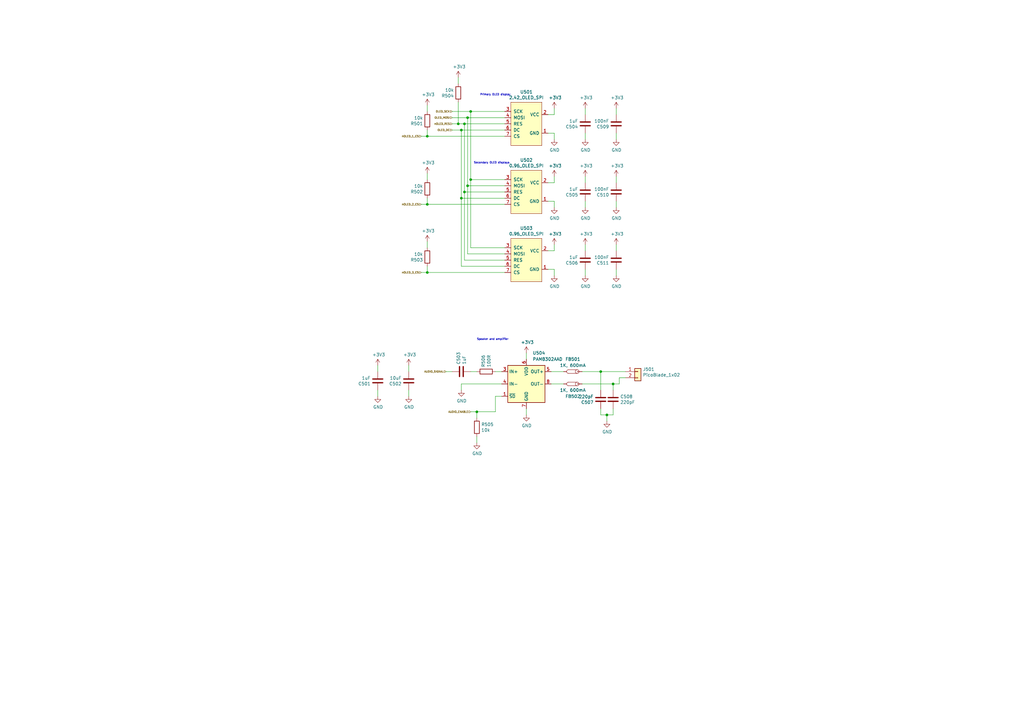
<source format=kicad_sch>
(kicad_sch (version 20211123) (generator eeschema)
  (paper "A3")
  (title_block (title "Control Box") (date "2020-12-15") (rev "vB") (comment 1 "EA") (comment 2 "MJ"))
  (lib_symbols
    (symbol "RCAS_Amplifiers:PAM8302AAD"
      (property "Reference" "U" (at 7.62 11.43 0))
      (property "Value" "PAM8302AAD" (at 7.62 8.89 0))
      (symbol "PAM8302AAD_0_1"
        (rectangle (start -7.62 7.62) (end 7.62 -7.62) (stroke (width 0.254)) (fill (type background)))
      )
      (symbol "PAM8302AAD_1_1"
        (pin input line (at -10.16 -5.08 0) (length 2.54) (name "~{SD}") (number "1"))
        (pin no_connect line (at 7.62 -5.08 180) (length 2.54) hide (name "NC") (number "2"))
        (pin input line (at -10.16 5.08 0) (length 2.54) (name "IN+") (number "3"))
        (pin input line (at -10.16 0 0) (length 2.54) (name "IN-") (number "4"))
        (pin output line (at 10.16 5.08 180) (length 2.54) (name "OUT+") (number "5"))
        (pin power_in line (at 0 10.16 270) (length 2.54) (name "VDD") (number "6"))
        (pin power_in line (at 0 -10.16 90) (length 2.54) (name "GND") (number "7"))
        (pin output line (at 10.16 0 180) (length 2.54) (name "OUT-") (number "8"))
      )
    )
    (symbol "RCAS_Connectors_Generic:Conn_01x02" (pin_names (offset 1.016) hide)
      (property "Reference" "J" (at 0 2.54 0))
      (property "Value" "Conn_01x02" (at 0 -5.08 0))
      (symbol "Conn_01x02_1_1"
        (rectangle (start -1.27 -2.413) (end 0 -2.667) (stroke (width 0.1524)))
        (rectangle (start -1.27 0.127) (end 0 -0.127) (stroke (width 0.1524)))
        (rectangle (start -1.27 1.27) (end 1.27 -3.81) (stroke (width 0.254)) (fill (type background)))
        (pin passive line (at -5.08 0 0) (length 3.81) (name "Pin_1") (number "1"))
        (pin passive line (at -5.08 -2.54 0) (length 3.81) (name "Pin_2") (number "2"))
      )
    )
    (symbol "RCAS_Display:OLED_SPI" (pin_names (offset 1.016))
      (property "Reference" "U" (at 0 12.7 0))
      (property "Value" "OLED_SPI" (at 0 10.16 0))
      (symbol "OLED_SPI_0_1"
        (rectangle (start -6.35 8.89) (end 6.35 -8.89) (fill (type background)))
      )
      (symbol "OLED_SPI_1_1"
        (pin power_in line (at 8.89 -3.81 180) (length 2.54) (name "GND") (number "1"))
        (pin power_in line (at 8.89 3.81 180) (length 2.54) (name "VCC") (number "2"))
        (pin input line (at -8.89 5.08 0) (length 2.54) (name "SCK") (number "3"))
        (pin input line (at -8.89 2.54 0) (length 2.54) (name "MOSI") (number "4"))
        (pin input line (at -8.89 0 0) (length 2.54) (name "RES") (number "5"))
        (pin input line (at -8.89 -2.54 0) (length 2.54) (name "DC") (number "6"))
        (pin input line (at -8.89 -5.08 0) (length 2.54) (name "CS") (number "7"))
      )
    )
    (symbol "RCAS_Passives:Capacitor" (pin_numbers hide) (pin_names (offset 0.254))
      (property "Reference" "C" (at 0.635 2.54 0))
      (property "Value" "Capacitor" (at 0.635 -2.54 0))
      (symbol "Capacitor_0_1"
        (polyline (pts (xy -2.032 -0.762) (xy 2.032 -0.762)) (stroke (width 0.508)))
        (polyline (pts (xy -2.032 0.762) (xy 2.032 0.762)) (stroke (width 0.508)))
      )
      (symbol "Capacitor_1_1"
        (pin passive line (at 0 3.81 270) (length 2.794) (name "~") (number "1"))
        (pin passive line (at 0 -3.81 90) (length 2.794) (name "~") (number "2"))
      )
    )
    (symbol "RCAS_Passives:Ferrite_Bead" (pin_numbers hide) (pin_names (offset 0))
      (property "Reference" "FB" (at -1.905 0.635 90))
      (property "Value" "Ferrite_Bead" (at 1.905 0.635 90))
      (symbol "Ferrite_Bead_0_1"
        (arc (start -0.762 -1.778) (mid 0 -2.54) (end 0.762 -1.778))
        (polyline (pts (xy -0.762 -1.778) (xy -0.762 1.778)))
        (polyline (pts (xy 0.762 -1.778) (xy 0.762 1.778)))
        (circle (center 0 1.778) (radius 0.762))
      )
      (symbol "Ferrite_Bead_1_1"
        (pin passive line (at 0 3.81 270) (length 2.032) (name "~") (number "1"))
        (pin passive line (at 0 -3.81 90) (length 1.27) (name "~") (number "2"))
      )
    )
    (symbol "RCAS_Passives:Resistor" (pin_numbers hide) (pin_names (offset 0))
      (property "Reference" "R" (at 2.032 0 90))
      (property "Value" "Resistor" (at 0 0 90))
      (symbol "Resistor_0_1"
        (rectangle (start -1.016 -2.54) (end 1.016 2.54) (stroke (width 0.254)))
      )
      (symbol "Resistor_1_1"
        (pin passive line (at 0 3.81 270) (length 1.27) (name "~") (number "1"))
        (pin passive line (at 0 -3.81 90) (length 1.27) (name "~") (number "2"))
      )
    )
    (symbol "RCAS_Power_Symbols:+3V3" (power) (pin_names (offset 0))
      (property "Value" "+3V3" (at 0 3.556 0))
      (symbol "+3V3_0_1"
        (polyline (pts (xy -0.762 1.27) (xy 0 2.54)))
        (polyline (pts (xy 0 0) (xy 0 2.54)))
        (polyline (pts (xy 0 2.54) (xy 0.762 1.27)))
      )
      (symbol "+3V3_1_1"
        (pin power_in line (at 0 0 90) (length 0) hide (name "+3V3") (number "1"))
      )
    )
    (symbol "RCAS_Power_Symbols:GND" (power) (pin_names (offset 0))
      (property "Value" "GND" (at 0 -3.81 0))
      (symbol "GND_0_1"
        (polyline (pts (xy 0 0) (xy 0 -1.27) (xy 1.27 -1.27) (xy 0 -2.54) (xy -1.27 -1.27) (xy 0 -1.27)))
      )
      (symbol "GND_1_1"
        (pin power_in line (at 0 0 270) (length 0) hide (name "GND") (number "1"))
      )
    )
  )
  (junction (at 193.04 73.66))
  (junction (at 191.77 76.2))
  (junction (at 251.46 157.48))
  (junction (at 190.5 78.74))
  (junction (at 248.92 170.18))
  (junction (at 175.26 55.88))
  (junction (at 195.58 168.91))
  (junction (at 246.38 152.4))
  (junction (at 175.26 83.82))
  (junction (at 191.77 48.26))
  (junction (at 189.23 81.28))
  (junction (at 193.04 45.72))
  (junction (at 190.5 50.8))
  (junction (at 189.23 53.34))
  (junction (at 187.96 50.8))
  (junction (at 175.26 111.76))
  (wire (pts (xy 227.33 102.87) (xy 224.79 102.87)))
  (wire (pts (xy 203.2 162.56) (xy 203.2 168.91)))
  (wire (pts (xy 252.73 57.15) (xy 252.73 54.61)))
  (wire (pts (xy 227.33 100.33) (xy 227.33 102.87)))
  (wire (pts (xy 246.38 167.64) (xy 246.38 170.18)))
  (wire (pts (xy 215.9 147.32) (xy 215.9 144.78)))
  (wire (pts (xy 175.26 109.22) (xy 175.26 111.76)))
  (wire (pts (xy 252.73 85.09) (xy 252.73 82.55)))
  (wire (pts (xy 172.72 83.82) (xy 175.26 83.82)))
  (wire (pts (xy 251.46 170.18) (xy 248.92 170.18)))
  (wire (pts (xy 238.76 152.4) (xy 246.38 152.4)))
  (wire (pts (xy 172.72 55.88) (xy 175.26 55.88)))
  (wire (pts (xy 240.03 102.87) (xy 240.03 100.33)))
  (wire (pts (xy 193.04 168.91) (xy 195.58 168.91)))
  (wire (pts (xy 254 154.94) (xy 254 157.48)))
  (wire (pts (xy 251.46 167.64) (xy 251.46 170.18)))
  (wire (pts (xy 167.64 162.56) (xy 167.64 160.02)))
  (wire (pts (xy 251.46 160.02) (xy 251.46 157.48)))
  (wire (pts (xy 224.79 110.49) (xy 227.33 110.49)))
  (wire (pts (xy 175.26 111.76) (xy 207.01 111.76)))
  (wire (pts (xy 185.42 45.72) (xy 193.04 45.72)))
  (wire (pts (xy 227.33 54.61) (xy 227.33 57.15)))
  (wire (pts (xy 240.03 46.99) (xy 240.03 44.45)))
  (wire (pts (xy 189.23 53.34) (xy 189.23 81.28)))
  (wire (pts (xy 224.79 54.61) (xy 227.33 54.61)))
  (wire (pts (xy 175.26 43.18) (xy 175.26 45.72)))
  (wire (pts (xy 226.06 152.4) (xy 231.14 152.4)))
  (wire (pts (xy 154.94 162.56) (xy 154.94 160.02)))
  (wire (pts (xy 189.23 157.48) (xy 205.74 157.48)))
  (wire (pts (xy 191.77 76.2) (xy 191.77 104.14)))
  (wire (pts (xy 185.42 152.4) (xy 182.88 152.4)))
  (wire (pts (xy 240.03 85.09) (xy 240.03 82.55)))
  (wire (pts (xy 240.03 113.03) (xy 240.03 110.49)))
  (wire (pts (xy 175.26 99.06) (xy 175.26 101.6)))
  (wire (pts (xy 187.96 50.8) (xy 190.5 50.8)))
  (wire (pts (xy 203.2 152.4) (xy 205.74 152.4)))
  (wire (pts (xy 227.33 44.45) (xy 227.33 46.99)))
  (wire (pts (xy 190.5 78.74) (xy 190.5 106.68)))
  (wire (pts (xy 248.92 172.72) (xy 248.92 170.18)))
  (wire (pts (xy 195.58 171.45) (xy 195.58 168.91)))
  (wire (pts (xy 191.77 48.26) (xy 207.01 48.26)))
  (wire (pts (xy 191.77 76.2) (xy 207.01 76.2)))
  (wire (pts (xy 175.26 71.12) (xy 175.26 73.66)))
  (wire (pts (xy 190.5 50.8) (xy 207.01 50.8)))
  (wire (pts (xy 195.58 168.91) (xy 203.2 168.91)))
  (wire (pts (xy 227.33 110.49) (xy 227.33 113.03)))
  (wire (pts (xy 190.5 50.8) (xy 190.5 78.74)))
  (wire (pts (xy 189.23 53.34) (xy 207.01 53.34)))
  (wire (pts (xy 240.03 57.15) (xy 240.03 54.61)))
  (wire (pts (xy 254 157.48) (xy 251.46 157.48)))
  (wire (pts (xy 246.38 170.18) (xy 248.92 170.18)))
  (wire (pts (xy 193.04 101.6) (xy 207.01 101.6)))
  (wire (pts (xy 193.04 73.66) (xy 193.04 101.6)))
  (wire (pts (xy 189.23 81.28) (xy 207.01 81.28)))
  (wire (pts (xy 154.94 152.4) (xy 154.94 149.86)))
  (wire (pts (xy 252.73 113.03) (xy 252.73 110.49)))
  (wire (pts (xy 252.73 102.87) (xy 252.73 100.33)))
  (wire (pts (xy 227.33 72.39) (xy 227.33 74.93)))
  (wire (pts (xy 215.9 170.18) (xy 215.9 167.64)))
  (wire (pts (xy 193.04 73.66) (xy 207.01 73.66)))
  (wire (pts (xy 224.79 82.55) (xy 227.33 82.55)))
  (wire (pts (xy 252.73 46.99) (xy 252.73 44.45)))
  (wire (pts (xy 238.76 157.48) (xy 251.46 157.48)))
  (wire (pts (xy 226.06 157.48) (xy 231.14 157.48)))
  (wire (pts (xy 240.03 74.93) (xy 240.03 72.39)))
  (wire (pts (xy 246.38 160.02) (xy 246.38 152.4)))
  (wire (pts (xy 227.33 74.93) (xy 224.79 74.93)))
  (wire (pts (xy 175.26 83.82) (xy 207.01 83.82)))
  (wire (pts (xy 195.58 179.07) (xy 195.58 181.61)))
  (wire (pts (xy 191.77 104.14) (xy 207.01 104.14)))
  (wire (pts (xy 190.5 106.68) (xy 207.01 106.68)))
  (wire (pts (xy 189.23 109.22) (xy 207.01 109.22)))
  (wire (pts (xy 203.2 162.56) (xy 205.74 162.56)))
  (wire (pts (xy 185.42 53.34) (xy 189.23 53.34)))
  (wire (pts (xy 193.04 152.4) (xy 195.58 152.4)))
  (wire (pts (xy 254 154.94) (xy 256.54 154.94)))
  (wire (pts (xy 172.72 111.76) (xy 175.26 111.76)))
  (wire (pts (xy 193.04 73.66) (xy 193.04 45.72)))
  (wire (pts (xy 246.38 152.4) (xy 256.54 152.4)))
  (wire (pts (xy 189.23 81.28) (xy 189.23 109.22)))
  (wire (pts (xy 189.23 160.02) (xy 189.23 157.48)))
  (wire (pts (xy 185.42 48.26) (xy 191.77 48.26)))
  (wire (pts (xy 185.42 50.8) (xy 187.96 50.8)))
  (wire (pts (xy 175.26 53.34) (xy 175.26 55.88)))
  (wire (pts (xy 187.96 41.91) (xy 187.96 50.8)))
  (wire (pts (xy 175.26 81.28) (xy 175.26 83.82)))
  (wire (pts (xy 252.73 74.93) (xy 252.73 72.39)))
  (wire (pts (xy 227.33 82.55) (xy 227.33 85.09)))
  (wire (pts (xy 227.33 46.99) (xy 224.79 46.99)))
  (wire (pts (xy 190.5 78.74) (xy 207.01 78.74)))
  (wire (pts (xy 191.77 48.26) (xy 191.77 76.2)))
  (wire (pts (xy 187.96 31.75) (xy 187.96 34.29)))
  (wire (pts (xy 175.26 55.88) (xy 207.01 55.88)))
  (wire (pts (xy 193.04 45.72) (xy 207.01 45.72)))
  (wire (pts (xy 167.64 152.4) (xy 167.64 149.86)))
  (text "Primary OLED display" (at 196.85 39.37 0) (effects (font (size 0.762 0.762)) (justify left bottom)))
  (text "Secondary OLED displays" (at 194.31 67.31 0) (effects (font (size 0.762 0.762)) (justify left bottom)))
  (text "Speaker and amplifier" (at 195.58 139.7 0) (effects (font (size 0.762 0.762)) (justify left bottom)))
  (hierarchical_label "nOLED_RES" (shape input) (at 185.42 50.8 180) (effects (font (size 0.762 0.762))))
  (hierarchical_label "OLED_DC" (shape input) (at 185.42 53.34 180) (effects (font (size 0.762 0.762))))
  (hierarchical_label "OLED_MOSI" (shape input) (at 185.42 48.26 180) (effects (font (size 0.762 0.762))))
  (hierarchical_label "nOLED_3_CS" (shape input) (at 172.72 111.76 180) (effects (font (size 0.762 0.762))))
  (hierarchical_label "OLED_SCK" (shape input) (at 185.42 45.72 180) (effects (font (size 0.762 0.762))))
  (hierarchical_label "nOLED_1_CS" (shape input) (at 172.72 55.88 180) (effects (font (size 0.762 0.762))))
  (hierarchical_label "nOLED_2_CS" (shape input) (at 172.72 83.82 180) (effects (font (size 0.762 0.762))))
  (hierarchical_label "AUDIO_ENABLE" (shape input) (at 193.04 168.91 180) (effects (font (size 0.762 0.762))))
  (hierarchical_label "AUDIO_SIGNAL" (shape input) (at 182.88 152.4 180) (effects (font (size 0.762 0.762))))
  (symbol (lib_id "RCAS_Power_Symbols:+3V3") (at 227.33 44.45 0) (unit 1)
    (property "Reference" "#PWR0513" (effects hide))
    (property "Value" "+3V3" (at 227.711 40.0558 0))
  )
  (symbol (lib_id "RCAS_Power_Symbols:GND") (at 227.33 57.15 0) (unit 1)
    (property "Reference" "#PWR0514" (effects hide))
    (property "Value" "GND" (at 227.457 61.5442 0))
  )
  (symbol (lib_id "RCAS_Power_Symbols:+3V3") (at 227.33 72.39 0) (unit 1)
    (property "Reference" "#PWR0515" (effects hide))
    (property "Value" "+3V3" (at 227.711 67.9958 0))
  )
  (symbol (lib_id "RCAS_Power_Symbols:GND") (at 227.33 85.09 0) (unit 1)
    (property "Reference" "#PWR0516" (effects hide))
    (property "Value" "GND" (at 227.457 89.4842 0))
  )
  (symbol (lib_id "RCAS_Display:OLED_SPI") (at 215.9 78.74 0) (unit 1)
    (property "Reference" "U502" (at 215.9 65.659 0))
    (property "Value" "0.96_OLED_SPI" (at 215.9 67.9704 0))
    (property "Footprint" "RCAS_Display:0.96_OLED" (effects hide))
    (property "Description" "0.96\" SPI OLED display" (effects hide))
    (property "Manufacturer" "HALJIA" (effects hide))
    (property "Supplier" "Amazon" (effects hide))
    (property "Supplier Part Number" "B0719B4WXZ" (effects hide))
    (property "Cost" "£7.99" (effects hide))
    (property "Manufacturer Part Number" "2453559" (effects hide))
  )
  (symbol (lib_id "RCAS_Power_Symbols:+3V3") (at 227.33 100.33 0) (unit 1)
    (property "Reference" "#PWR0517" (effects hide))
    (property "Value" "+3V3" (at 227.711 95.9358 0))
  )
  (symbol (lib_id "RCAS_Power_Symbols:GND") (at 227.33 113.03 0) (unit 1)
    (property "Reference" "#PWR0518" (effects hide))
    (property "Value" "GND" (at 227.457 117.4242 0))
  )
  (symbol (lib_id "RCAS_Amplifiers:PAM8302AAD") (at 215.9 157.48 0) (unit 1)
    (property "Reference" "U504" (at 218.44 144.78 0) (effects (justify left)))
    (property "Value" "PAM8302AAD" (at 218.44 147.32 0) (effects (justify left)))
    (property "Footprint" "RCAS_Package_SO:MSOP-8_3x3mm_P0.65mm" (effects hide))
    (property "Datasheet" "https://www.diodes.com/assets/Datasheets/PAM8302A.pdf" (effects hide))
    (property "Basic/Extended" "Extended" (effects hide))
    (property "LCSC" "C112137" (effects hide))
  )
  (symbol (lib_id "RCAS_Power_Symbols:+3V3") (at 215.9 144.78 0) (unit 1)
    (property "Reference" "#PWR0511" (effects hide))
    (property "Value" "+3V3" (at 216.281 140.3858 0))
  )
  (symbol (lib_id "RCAS_Power_Symbols:GND") (at 215.9 170.18 0) (unit 1)
    (property "Reference" "#PWR0512" (effects hide))
    (property "Value" "GND" (at 216.027 174.5742 0))
  )
  (symbol (lib_id "RCAS_Power_Symbols:GND") (at 189.23 160.02 0) (unit 1)
    (property "Reference" "#PWR0509" (effects hide))
    (property "Value" "GND" (at 189.357 164.4142 0))
  )
  (symbol (lib_id "RCAS_Passives:Resistor") (at 199.39 152.4 90) (unit 1)
    (property "Reference" "R506" (at 198.2216 150.622 0) (effects (justify left)))
    (property "Value" "100R" (at 200.533 150.622 0) (effects (justify left)))
    (property "Footprint" "RCAS_Resistor_SMD:R_0603_1608Metric_Pad1.05x0.95mm_HandSolder" (effects hide))
    (property "Basic/Extended" "Basic" (effects hide))
    (property "LCSC" "C22775" (effects hide))
  )
  (symbol (lib_id "RCAS_Passives:Capacitor") (at 189.23 152.4 90) (unit 1)
    (property "Reference" "C503" (at 188.0616 149.479 0) (effects (justify left)))
    (property "Value" "1uF" (at 190.373 149.479 0) (effects (justify left)))
    (property "Footprint" "RCAS_Capacitor_SMD:C_0603_1608Metric_Pad1.05x0.95mm_HandSolder" (effects hide))
    (property "Basic/Extended" "Basic" (effects hide))
    (property "LCSC" "C15849" (effects hide))
  )
  (symbol (lib_id "RCAS_Passives:Capacitor") (at 167.64 156.21 180) (unit 1)
    (property "Reference" "C502" (at 164.719 157.3784 0) (effects (justify left)))
    (property "Value" "10uF" (at 164.719 155.067 0) (effects (justify left)))
    (property "Footprint" "RCAS_Capacitor_SMD:C_0603_1608Metric_Pad1.05x0.95mm_HandSolder" (effects hide))
    (property "Basic/Extended" "Basic" (effects hide))
    (property "LCSC" "C19702" (effects hide))
  )
  (symbol (lib_id "RCAS_Power_Symbols:GND") (at 167.64 162.56 0) (unit 1)
    (property "Reference" "#PWR0504" (effects hide))
    (property "Value" "GND" (at 167.767 166.9542 0))
  )
  (symbol (lib_id "RCAS_Power_Symbols:+3V3") (at 167.64 149.86 0) (unit 1)
    (property "Reference" "#PWR0503" (effects hide))
    (property "Value" "+3V3" (at 168.021 145.4658 0))
  )
  (symbol (lib_id "RCAS_Passives:Resistor") (at 195.58 175.26 180) (unit 1)
    (property "Reference" "R505" (at 197.358 174.0916 0) (effects (justify right)))
    (property "Value" "10k" (at 197.358 176.403 0) (effects (justify right)))
    (property "Footprint" "RCAS_Resistor_SMD:R_0603_1608Metric_Pad1.05x0.95mm_HandSolder" (effects hide))
    (property "Basic/Extended" "Basic" (effects hide))
    (property "LCSC" "C25804" (effects hide))
  )
  (symbol (lib_id "RCAS_Connectors_Generic:Conn_01x02") (at 261.62 152.4 0) (unit 1)
    (property "Reference" "J501" (at 263.652 151.4602 0) (effects (justify left)))
    (property "Value" "PicoBlade_1x02" (at 263.652 153.7716 0) (effects (justify left)))
    (property "Footprint" "RCAS_Connector_Molex:Molex_PicoBlade_53047-0210_1x02_P1.25mm_Vertical" (effects hide))
    (property "Label" "SPEAKER" (effects hide))
    (property "Cost" "£0.13" (effects hide))
    (property "Manufacturer" "Molex" (effects hide))
    (property "Manufacturer Part Number" "0530470210" (effects hide))
    (property "Supplier" "DigiKey" (effects hide))
    (property "Supplier Part Number" "WM1731-ND" (effects hide))
  )
  (symbol (lib_id "RCAS_Display:OLED_SPI") (at 215.9 50.8 0) (unit 1)
    (property "Reference" "U501" (at 215.9 37.719 0))
    (property "Value" "2.42_OLED_SPI" (at 215.9 40.0304 0))
    (property "Footprint" "RCAS_Display:2.42_OLED" (effects hide))
    (property "Description" "2.42\" SPI OLED display" (effects hide))
    (property "Manufacturer" "diymore" (effects hide))
    (property "Manufacturer Part Number" "D030526BA" (effects hide))
    (property "Supplier" "Amazon" (effects hide))
    (property "Cost" "£23.99" (effects hide))
    (property "Supplier Part Number" "B07G223CFP" (effects hide))
  )
  (symbol (lib_id "RCAS_Display:OLED_SPI") (at 215.9 106.68 0) (unit 1)
    (property "Reference" "U503" (at 215.9 93.599 0))
    (property "Value" "0.96_OLED_SPI" (at 215.9 95.9104 0))
    (property "Footprint" "RCAS_Display:0.96_OLED" (effects hide))
    (property "Description" "0.96\" SPI OLED display" (effects hide))
    (property "Manufacturer" "HALJIA" (effects hide))
    (property "Supplier" "Amazon" (effects hide))
    (property "Supplier Part Number" "B0719B4WXZ" (effects hide))
    (property "Cost" "£7.99" (effects hide))
    (property "Manufacturer Part Number" "2453559" (effects hide))
  )
  (symbol (lib_id "RCAS_Passives:Capacitor") (at 154.94 156.21 180) (unit 1)
    (property "Reference" "C501" (at 152.019 157.3784 0) (effects (justify left)))
    (property "Value" "1uF" (at 152.019 155.067 0) (effects (justify left)))
    (property "Footprint" "RCAS_Capacitor_SMD:C_0603_1608Metric_Pad1.05x0.95mm_HandSolder" (effects hide))
    (property "Basic/Extended" "Basic" (effects hide))
    (property "LCSC" "C15849" (effects hide))
  )
  (symbol (lib_id "RCAS_Power_Symbols:GND") (at 154.94 162.56 0) (unit 1)
    (property "Reference" "#PWR0502" (effects hide))
    (property "Value" "GND" (at 155.067 166.9542 0))
  )
  (symbol (lib_id "RCAS_Power_Symbols:+3V3") (at 154.94 149.86 0) (unit 1)
    (property "Reference" "#PWR0501" (effects hide))
    (property "Value" "+3V3" (at 155.321 145.4658 0))
  )
  (symbol (lib_id "RCAS_Power_Symbols:GND") (at 195.58 181.61 0) (unit 1)
    (property "Reference" "#PWR0510" (effects hide))
    (property "Value" "GND" (at 195.707 186.0042 0))
  )
  (symbol (lib_id "RCAS_Passives:Capacitor") (at 246.38 163.83 180) (unit 1)
    (property "Reference" "C507" (at 243.459 164.9984 0) (effects (justify left)))
    (property "Value" "220pF" (at 243.459 162.687 0) (effects (justify left)))
    (property "Footprint" "RCAS_Capacitor_SMD:C_0603_1608Metric_Pad1.05x0.95mm_HandSolder" (effects hide))
    (property "Basic/Extended" "Basic" (effects hide))
    (property "LCSC" "C1603" (effects hide))
  )
  (symbol (lib_id "RCAS_Passives:Capacitor") (at 251.46 163.83 0) (unit 1)
    (property "Reference" "C508" (at 254.381 162.6616 0) (effects (justify left)))
    (property "Value" "220pF" (at 254.381 164.973 0) (effects (justify left)))
    (property "Footprint" "RCAS_Capacitor_SMD:C_0603_1608Metric_Pad1.05x0.95mm_HandSolder" (effects hide))
    (property "Basic/Extended" "Basic" (effects hide))
    (property "LCSC" "C1603" (effects hide))
  )
  (symbol (lib_id "RCAS_Power_Symbols:GND") (at 248.92 172.72 0) (unit 1)
    (property "Reference" "#PWR0525" (effects hide))
    (property "Value" "GND" (at 249.047 177.1142 0))
  )
  (symbol (lib_id "RCAS_Passives:Ferrite_Bead") (at 234.95 152.4 270) (unit 1)
    (property "Reference" "FB501" (at 234.95 147.32 90))
    (property "Value" "1K, 600mA" (at 234.95 149.86 90))
    (property "Footprint" "RCAS_Inductor_SMD:L_0603_1608Metric_Pad1.05x0.95mm_HandSolder" (effects hide))
    (property "Description" "1K @ 100MHz, 600mA, 300mR, 0603" (effects hide))
    (property "Manufacturer" "Wurth Elektronik" (effects hide))
    (property "Manufacturer Part Number" "742792662" (effects hide))
    (property "Supplier" "Digikey" (effects hide))
    (property "Supplier Part Number" "732-4670-1-ND" (effects hide))
    (property "Cost" "£0.13" (effects hide))
    (property "Basic/Extended" "Basic" (effects hide))
    (property "LCSC" "C85824" (effects hide))
  )
  (symbol (lib_id "RCAS_Passives:Ferrite_Bead") (at 234.95 157.48 270) (mirror x) (unit 1)
    (property "Reference" "FB502" (at 234.95 162.56 90))
    (property "Value" "1K, 600mA" (at 234.95 160.02 90))
    (property "Footprint" "RCAS_Inductor_SMD:L_0603_1608Metric_Pad1.05x0.95mm_HandSolder" (effects hide))
    (property "Description" "1K @ 100MHz, 600mA, 300mR, 0603" (effects hide))
    (property "Manufacturer" "Wurth Elektronik" (effects hide))
    (property "Manufacturer Part Number" "742792662" (effects hide))
    (property "Supplier" "Digikey" (effects hide))
    (property "Supplier Part Number" "732-4670-1-ND" (effects hide))
    (property "Cost" "£0.13" (effects hide))
    (property "Basic/Extended" "Basic" (effects hide))
    (property "LCSC" "C85824" (effects hide))
  )
  (symbol (lib_id "RCAS_Passives:Capacitor") (at 240.03 106.68 180) (unit 1)
    (property "Reference" "C506" (at 237.109 107.8484 0) (effects (justify left)))
    (property "Value" "1uF" (at 237.109 105.537 0) (effects (justify left)))
    (property "Footprint" "RCAS_Capacitor_SMD:C_0603_1608Metric_Pad1.05x0.95mm_HandSolder" (effects hide))
    (property "Basic/Extended" "Basic" (effects hide))
    (property "LCSC" "C15849" (effects hide))
  )
  (symbol (lib_id "RCAS_Power_Symbols:GND") (at 240.03 113.03 0) (unit 1)
    (property "Reference" "#PWR0524" (effects hide))
    (property "Value" "GND" (at 240.157 117.4242 0))
  )
  (symbol (lib_id "RCAS_Power_Symbols:+3V3") (at 240.03 100.33 0) (unit 1)
    (property "Reference" "#PWR0523" (effects hide))
    (property "Value" "+3V3" (at 240.411 95.9358 0))
  )
  (symbol (lib_id "RCAS_Passives:Capacitor") (at 240.03 78.74 180) (unit 1)
    (property "Reference" "C505" (at 237.109 79.9084 0) (effects (justify left)))
    (property "Value" "1uF" (at 237.109 77.597 0) (effects (justify left)))
    (property "Footprint" "RCAS_Capacitor_SMD:C_0603_1608Metric_Pad1.05x0.95mm_HandSolder" (effects hide))
    (property "Basic/Extended" "Basic" (effects hide))
    (property "LCSC" "C15849" (effects hide))
  )
  (symbol (lib_id "RCAS_Power_Symbols:GND") (at 240.03 85.09 0) (unit 1)
    (property "Reference" "#PWR0522" (effects hide))
    (property "Value" "GND" (at 240.157 89.4842 0))
  )
  (symbol (lib_id "RCAS_Power_Symbols:+3V3") (at 240.03 72.39 0) (unit 1)
    (property "Reference" "#PWR0521" (effects hide))
    (property "Value" "+3V3" (at 240.411 67.9958 0))
  )
  (symbol (lib_id "RCAS_Passives:Capacitor") (at 240.03 50.8 180) (unit 1)
    (property "Reference" "C504" (at 237.109 51.9684 0) (effects (justify left)))
    (property "Value" "1uF" (at 237.109 49.657 0) (effects (justify left)))
    (property "Footprint" "RCAS_Capacitor_SMD:C_0603_1608Metric_Pad1.05x0.95mm_HandSolder" (effects hide))
    (property "Basic/Extended" "Basic" (effects hide))
    (property "LCSC" "C15849" (effects hide))
  )
  (symbol (lib_id "RCAS_Power_Symbols:GND") (at 240.03 57.15 0) (unit 1)
    (property "Reference" "#PWR0520" (effects hide))
    (property "Value" "GND" (at 240.157 61.5442 0))
  )
  (symbol (lib_id "RCAS_Power_Symbols:+3V3") (at 240.03 44.45 0) (unit 1)
    (property "Reference" "#PWR0519" (effects hide))
    (property "Value" "+3V3" (at 240.411 40.0558 0))
  )
  (symbol (lib_id "RCAS_Passives:Capacitor") (at 252.73 50.8 180) (unit 1)
    (property "Reference" "C509" (at 249.809 51.9684 0) (effects (justify left)))
    (property "Value" "100nF" (at 249.809 49.657 0) (effects (justify left)))
    (property "Footprint" "RCAS_Capacitor_SMD:C_0603_1608Metric_Pad1.05x0.95mm_HandSolder" (effects hide))
    (property "LCSC" "C14663" (effects hide))
    (property "Basic/Extended" "Basic" (effects hide))
  )
  (symbol (lib_id "RCAS_Power_Symbols:GND") (at 252.73 57.15 0) (unit 1)
    (property "Reference" "#PWR0527" (effects hide))
    (property "Value" "GND" (at 252.857 61.5442 0))
  )
  (symbol (lib_id "RCAS_Power_Symbols:+3V3") (at 252.73 44.45 0) (unit 1)
    (property "Reference" "#PWR0526" (effects hide))
    (property "Value" "+3V3" (at 253.111 40.0558 0))
  )
  (symbol (lib_id "RCAS_Passives:Capacitor") (at 252.73 78.74 180) (unit 1)
    (property "Reference" "C510" (at 249.809 79.9084 0) (effects (justify left)))
    (property "Value" "100nF" (at 249.809 77.597 0) (effects (justify left)))
    (property "Footprint" "RCAS_Capacitor_SMD:C_0603_1608Metric_Pad1.05x0.95mm_HandSolder" (effects hide))
    (property "LCSC" "C14663" (effects hide))
    (property "Basic/Extended" "Basic" (effects hide))
  )
  (symbol (lib_id "RCAS_Power_Symbols:GND") (at 252.73 85.09 0) (unit 1)
    (property "Reference" "#PWR0529" (effects hide))
    (property "Value" "GND" (at 252.857 89.4842 0))
  )
  (symbol (lib_id "RCAS_Power_Symbols:+3V3") (at 252.73 72.39 0) (unit 1)
    (property "Reference" "#PWR0528" (effects hide))
    (property "Value" "+3V3" (at 253.111 67.9958 0))
  )
  (symbol (lib_id "RCAS_Passives:Capacitor") (at 252.73 106.68 180) (unit 1)
    (property "Reference" "C511" (at 249.809 107.8484 0) (effects (justify left)))
    (property "Value" "100nF" (at 249.809 105.537 0) (effects (justify left)))
    (property "Footprint" "RCAS_Capacitor_SMD:C_0603_1608Metric_Pad1.05x0.95mm_HandSolder" (effects hide))
    (property "LCSC" "C14663" (effects hide))
    (property "Basic/Extended" "Basic" (effects hide))
  )
  (symbol (lib_id "RCAS_Power_Symbols:GND") (at 252.73 113.03 0) (unit 1)
    (property "Reference" "#PWR0531" (effects hide))
    (property "Value" "GND" (at 252.857 117.4242 0))
  )
  (symbol (lib_id "RCAS_Power_Symbols:+3V3") (at 252.73 100.33 0) (unit 1)
    (property "Reference" "#PWR0530" (effects hide))
    (property "Value" "+3V3" (at 253.111 95.9358 0))
  )
  (symbol (lib_id "RCAS_Passives:Resistor") (at 175.26 77.47 0) (unit 1)
    (property "Reference" "R502" (at 173.482 78.6384 0) (effects (justify right)))
    (property "Value" "10k" (at 173.482 76.327 0) (effects (justify right)))
    (property "Footprint" "RCAS_Resistor_SMD:R_0603_1608Metric_Pad1.05x0.95mm_HandSolder" (effects hide))
    (property "Basic/Extended" "Basic" (effects hide))
    (property "LCSC" "C25804" (effects hide))
  )
  (symbol (lib_id "RCAS_Power_Symbols:+3V3") (at 175.26 71.12 0) (unit 1)
    (property "Reference" "#PWR0506" (effects hide))
    (property "Value" "+3V3" (at 175.641 66.7258 0))
  )
  (symbol (lib_id "RCAS_Passives:Resistor") (at 175.26 49.53 0) (unit 1)
    (property "Reference" "R501" (at 173.482 50.6984 0) (effects (justify right)))
    (property "Value" "10k" (at 173.482 48.387 0) (effects (justify right)))
    (property "Footprint" "RCAS_Resistor_SMD:R_0603_1608Metric_Pad1.05x0.95mm_HandSolder" (effects hide))
    (property "Basic/Extended" "Basic" (effects hide))
    (property "LCSC" "C25804" (effects hide))
  )
  (symbol (lib_id "RCAS_Power_Symbols:+3V3") (at 175.26 43.18 0) (unit 1)
    (property "Reference" "#PWR0505" (effects hide))
    (property "Value" "+3V3" (at 175.641 38.7858 0))
  )
  (symbol (lib_id "RCAS_Passives:Resistor") (at 175.26 105.41 0) (unit 1)
    (property "Reference" "R503" (at 173.482 106.5784 0) (effects (justify right)))
    (property "Value" "10k" (at 173.482 104.267 0) (effects (justify right)))
    (property "Footprint" "RCAS_Resistor_SMD:R_0603_1608Metric_Pad1.05x0.95mm_HandSolder" (effects hide))
    (property "Basic/Extended" "Basic" (effects hide))
    (property "LCSC" "C25804" (effects hide))
  )
  (symbol (lib_id "RCAS_Power_Symbols:+3V3") (at 175.26 99.06 0) (unit 1)
    (property "Reference" "#PWR0507" (effects hide))
    (property "Value" "+3V3" (at 175.641 94.6658 0))
  )
  (symbol (lib_id "RCAS_Passives:Resistor") (at 187.96 38.1 0) (unit 1)
    (property "Reference" "R504" (at 186.182 39.2684 0) (effects (justify right)))
    (property "Value" "10k" (at 186.182 36.957 0) (effects (justify right)))
    (property "Footprint" "RCAS_Resistor_SMD:R_0603_1608Metric_Pad1.05x0.95mm_HandSolder" (effects hide))
    (property "Basic/Extended" "Basic" (effects hide))
    (property "LCSC" "C25804" (effects hide))
  )
  (symbol (lib_id "RCAS_Power_Symbols:+3V3") (at 187.96 31.75 0) (unit 1)
    (property "Reference" "#PWR0508" (effects hide))
    (property "Value" "+3V3" (at 188.341 27.3558 0))
  )
)
</source>
